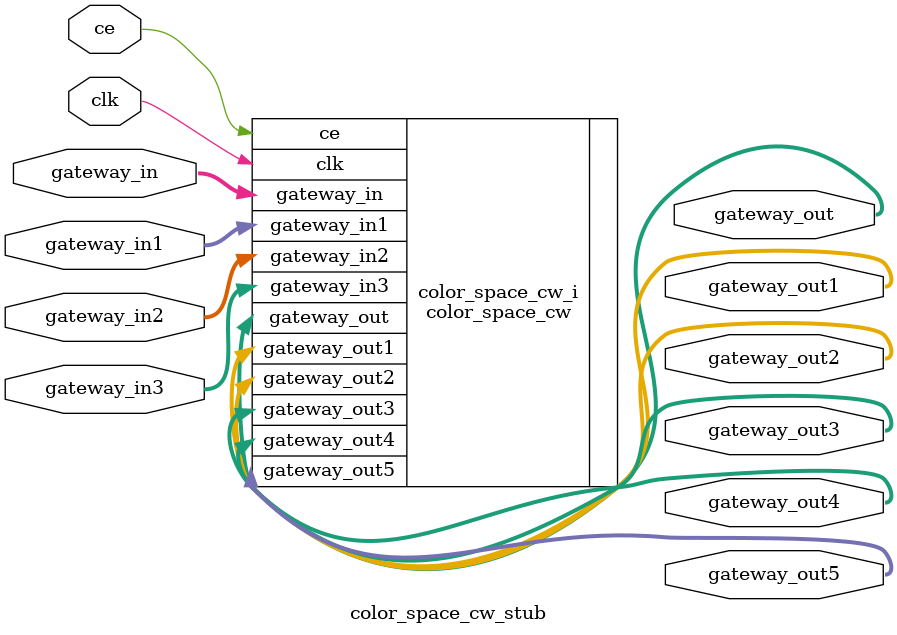
<source format=v>
`timescale 1ns / 1ps


module color_space_cw_stub
(
  ce,
  clk,// clock period = 10.0 ns (100.0 Mhz)
  gateway_in,
  gateway_in1,
  gateway_in2,
  gateway_in3,
  gateway_out,
  gateway_out1,
  gateway_out2,
  gateway_out3,
  gateway_out4,
  gateway_out5
  );

  input  ce;
  input  clk;// clock period = 10.0 ns (100.0 Mhz)
  input [7:0] gateway_in;
  input [7:0] gateway_in1;
  input [7:0] gateway_in2;
  input [1:0] gateway_in3;
  output [7:0] gateway_out;
  output [7:0] gateway_out1;
  output [7:0] gateway_out2;
  output [7:0] gateway_out3;
  output [7:0] gateway_out4;
  output [7:0] gateway_out5;

color_space_cw color_space_cw_i (
  .ce(ce),
  .clk(clk),
  .gateway_in(gateway_in),
  .gateway_in1(gateway_in1),
  .gateway_in2(gateway_in2),
  .gateway_in3(gateway_in3),
  .gateway_out(gateway_out),
  .gateway_out1(gateway_out1),
  .gateway_out2(gateway_out2),
  .gateway_out3(gateway_out3),
  .gateway_out4(gateway_out4),
  .gateway_out5(gateway_out5));

endmodule 

</source>
